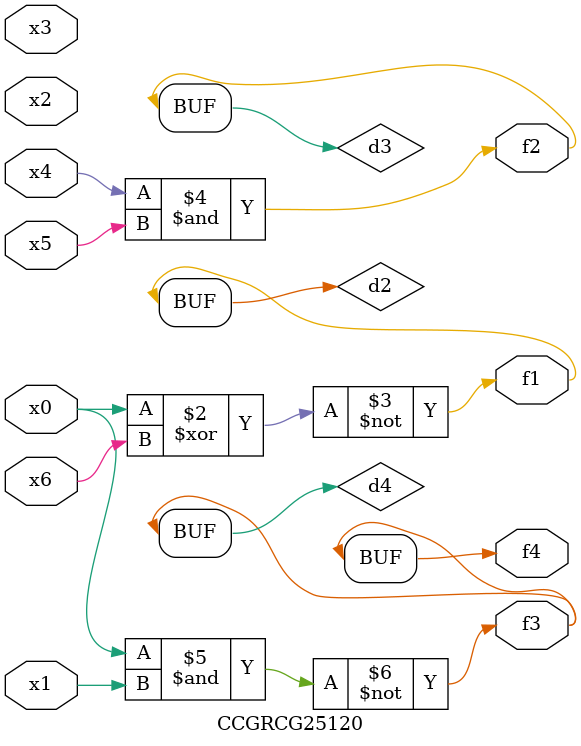
<source format=v>
module CCGRCG25120(
	input x0, x1, x2, x3, x4, x5, x6,
	output f1, f2, f3, f4
);

	wire d1, d2, d3, d4;

	nor (d1, x0);
	xnor (d2, x0, x6);
	and (d3, x4, x5);
	nand (d4, x0, x1);
	assign f1 = d2;
	assign f2 = d3;
	assign f3 = d4;
	assign f4 = d4;
endmodule

</source>
